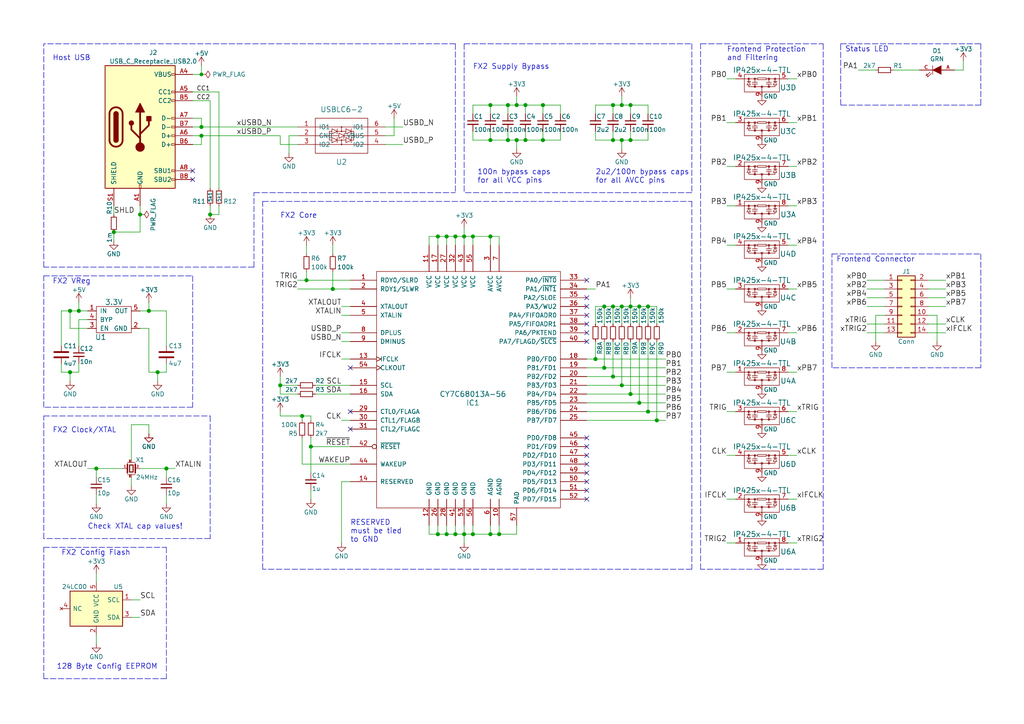
<source format=kicad_sch>
(kicad_sch (version 20211123) (generator eeschema)
  (paper "A4")
  (title_block (title "BitMagic-Basic") (rev "V1.1a") (company "1BitSquared") (comment 1 "License: CC-BY-SA V4.0") (comment 2 "(C) 2019-2020 1BitSquared <info@1bitsquared.com>") (comment 3 "(C) 2019-2020 Piotr Esden-Tempski <piotr@esden.net>"))
  (junction (at 152.4 40.64) (diameter 1.016))
  (junction (at 127 154.94) (diameter 1.016))
  (junction (at 157.48 30.48) (diameter 1.016))
  (junction (at 187.96 119.38) (diameter 1.016))
  (junction (at 172.72 104.14) (diameter 1.016))
  (junction (at 132.08 154.94) (diameter 1.016))
  (junction (at 142.24 154.94) (diameter 1.016))
  (junction (at 175.26 88.9) (diameter 1.016))
  (junction (at 45.72 107.95) (diameter 1.016))
  (junction (at 137.16 154.94) (diameter 1.016))
  (junction (at 180.34 40.64) (diameter 1.016))
  (junction (at 87.63 120.65) (diameter 1.016))
  (junction (at 60.96 62.23) (diameter 1.016))
  (junction (at 187.96 88.9) (diameter 1.016))
  (junction (at 142.24 40.64) (diameter 1.016))
  (junction (at 147.32 30.48) (diameter 1.016))
  (junction (at 58.42 21.59))
  (junction (at 157.48 40.64) (diameter 1.016))
  (junction (at 177.8 88.9) (diameter 1.016))
  (junction (at 149.86 40.64) (diameter 1.016))
  (junction (at 177.8 40.64) (diameter 1.016))
  (junction (at 48.26 135.89) (diameter 1.016))
  (junction (at 142.24 30.48) (diameter 1.016))
  (junction (at 129.54 68.58) (diameter 1.016))
  (junction (at 127 68.58) (diameter 1.016))
  (junction (at 142.24 68.58) (diameter 1.016))
  (junction (at 177.8 30.48) (diameter 1.016))
  (junction (at 182.88 114.3) (diameter 1.016))
  (junction (at 190.5 121.92) (diameter 1.016))
  (junction (at 180.34 30.48) (diameter 1.016))
  (junction (at 180.34 88.9) (diameter 1.016))
  (junction (at 149.86 30.48) (diameter 1.016))
  (junction (at 22.86 90.17) (diameter 1.016))
  (junction (at 43.18 90.17) (diameter 1.016))
  (junction (at 134.62 68.58) (diameter 1.016))
  (junction (at 180.34 111.76) (diameter 1.016))
  (junction (at 33.02 67.31) (diameter 1.016))
  (junction (at 132.08 68.58) (diameter 1.016))
  (junction (at 88.9 81.28) (diameter 1.016))
  (junction (at 182.88 30.48) (diameter 1.016))
  (junction (at 144.78 154.94) (diameter 1.016))
  (junction (at 134.62 154.94) (diameter 1.016))
  (junction (at 182.88 88.9) (diameter 1.016))
  (junction (at 96.52 83.82) (diameter 1.016))
  (junction (at 90.17 129.54) (diameter 1.016))
  (junction (at 58.42 39.37) (diameter 1.016))
  (junction (at 182.88 40.64) (diameter 1.016))
  (junction (at 177.8 109.22) (diameter 1.016))
  (junction (at 129.54 154.94) (diameter 1.016))
  (junction (at 185.42 116.84) (diameter 1.016))
  (junction (at 40.64 62.23) (diameter 1.016))
  (junction (at 20.32 107.95) (diameter 1.016))
  (junction (at 152.4 30.48) (diameter 1.016))
  (junction (at 137.16 68.58) (diameter 1.016))
  (junction (at 20.32 90.17) (diameter 1.016))
  (junction (at 175.26 106.68) (diameter 1.016))
  (junction (at 81.28 111.76) (diameter 1.016))
  (junction (at 27.94 135.89) (diameter 1.016))
  (junction (at 58.42 36.83) (diameter 1.016))
  (junction (at 185.42 88.9) (diameter 1.016))
  (junction (at 147.32 40.64) (diameter 1.016))
  (no_connect (at 170.18 88.9))
  (no_connect (at 101.6 106.68))
  (no_connect (at 170.18 129.54))
  (no_connect (at 101.6 119.38))
  (no_connect (at 170.18 96.52))
  (no_connect (at 170.18 144.78))
  (no_connect (at 170.18 81.28))
  (no_connect (at 170.18 99.06))
  (no_connect (at 55.88 52.07))
  (no_connect (at 170.18 134.62))
  (no_connect (at 170.18 127))
  (no_connect (at 55.88 49.53))
  (no_connect (at 170.18 93.98))
  (no_connect (at 170.18 137.16))
  (no_connect (at 101.6 124.46))
  (no_connect (at 170.18 142.24))
  (no_connect (at 170.18 86.36))
  (no_connect (at 170.18 132.08))
  (no_connect (at 170.18 139.7))
  (no_connect (at 170.18 91.44))
  (wire (pts (xy 170.18 106.68) (xy 175.26 106.68)))
  (wire (pts (xy 269.24 91.44) (xy 271.78 91.44)))
  (wire (pts (xy 142.24 154.94) (xy 144.78 154.94)))
  (polyline (pts (xy 241.3 106.68) (xy 241.3 73.66)) (stroke (width 0) (type dash)))
  (wire (pts (xy 170.18 116.84) (xy 185.42 116.84)))
  (wire (pts (xy 142.24 38.1) (xy 142.24 40.64)))
  (wire (pts (xy 137.16 33.02) (xy 137.16 30.48)))
  (wire (pts (xy 149.86 30.48) (xy 149.86 27.94)))
  (wire (pts (xy 142.24 68.58) (xy 144.78 68.58)))
  (polyline (pts (xy 284.48 106.68) (xy 241.3 106.68)) (stroke (width 0) (type dash)))
  (polyline (pts (xy 76.2 58.42) (xy 200.66 58.42)) (stroke (width 0) (type dash)))
  (wire (pts (xy 81.28 41.91) (xy 86.36 41.91)))
  (wire (pts (xy 55.88 41.91) (xy 58.42 41.91)))
  (wire (pts (xy 134.62 152.4) (xy 134.62 154.94)))
  (wire (pts (xy 86.36 39.37) (xy 83.82 39.37)))
  (wire (pts (xy 111.76 39.37) (xy 114.3 39.37)))
  (wire (pts (xy 20.32 90.17) (xy 22.86 90.17)))
  (polyline (pts (xy 284.48 12.7) (xy 284.48 30.48)) (stroke (width 0) (type dash)))
  (wire (pts (xy 38.1 138.43) (xy 38.1 140.97)))
  (wire (pts (xy 83.82 39.37) (xy 83.82 44.45)))
  (wire (pts (xy 180.34 111.76) (xy 180.34 99.06)))
  (wire (pts (xy 88.9 73.66) (xy 88.9 71.12)))
  (wire (pts (xy 60.96 59.69) (xy 60.96 62.23)))
  (wire (pts (xy 127 71.12) (xy 127 68.58)))
  (polyline (pts (xy 243.84 12.7) (xy 284.48 12.7)) (stroke (width 0) (type dash)))
  (wire (pts (xy 137.16 152.4) (xy 137.16 154.94)))
  (wire (pts (xy 90.17 127) (xy 90.17 129.54)))
  (wire (pts (xy 213.36 107.95) (xy 210.82 107.95)))
  (wire (pts (xy 177.8 109.22) (xy 177.8 99.06)))
  (wire (pts (xy 129.54 152.4) (xy 129.54 154.94)))
  (wire (pts (xy 177.8 88.9) (xy 180.34 88.9)))
  (wire (pts (xy 81.28 114.3) (xy 86.36 114.3)))
  (wire (pts (xy 137.16 154.94) (xy 142.24 154.94)))
  (wire (pts (xy 256.54 91.44) (xy 254 91.44)))
  (wire (pts (xy 63.5 59.69) (xy 63.5 62.23)))
  (wire (pts (xy 213.36 132.08) (xy 210.82 132.08)))
  (wire (pts (xy 180.34 30.48) (xy 182.88 30.48)))
  (wire (pts (xy 228.6 35.56) (xy 231.14 35.56)))
  (wire (pts (xy 172.72 93.98) (xy 172.72 88.9)))
  (wire (pts (xy 55.88 26.67) (xy 63.5 26.67)))
  (wire (pts (xy 213.36 48.26) (xy 210.82 48.26)))
  (wire (pts (xy 149.86 30.48) (xy 152.4 30.48)))
  (wire (pts (xy 132.08 154.94) (xy 134.62 154.94)))
  (polyline (pts (xy 12.7 120.65) (xy 60.96 120.65)) (stroke (width 0) (type dash)))
  (wire (pts (xy 132.08 71.12) (xy 132.08 68.58)))
  (wire (pts (xy 190.5 121.92) (xy 190.5 99.06)))
  (wire (pts (xy 182.88 88.9) (xy 182.88 93.98)))
  (wire (pts (xy 149.86 154.94) (xy 149.86 152.4)))
  (wire (pts (xy 152.4 33.02) (xy 152.4 30.48)))
  (polyline (pts (xy 238.76 165.1) (xy 203.2 165.1)) (stroke (width 0) (type dash)))
  (wire (pts (xy 228.6 119.38) (xy 231.14 119.38)))
  (wire (pts (xy 144.78 154.94) (xy 144.78 152.4)))
  (wire (pts (xy 182.88 114.3) (xy 193.04 114.3)))
  (wire (pts (xy 132.08 152.4) (xy 132.08 154.94)))
  (wire (pts (xy 134.62 68.58) (xy 137.16 68.58)))
  (wire (pts (xy 88.9 81.28) (xy 101.6 81.28)))
  (wire (pts (xy 101.6 96.52) (xy 99.06 96.52)))
  (polyline (pts (xy 12.7 77.47) (xy 12.7 12.7)) (stroke (width 0) (type dash)))
  (wire (pts (xy 45.72 107.95) (xy 45.72 110.49)))
  (polyline (pts (xy 60.96 120.65) (xy 60.96 156.21)) (stroke (width 0) (type dash)))
  (wire (pts (xy 187.96 88.9) (xy 190.5 88.9)))
  (wire (pts (xy 96.52 71.12) (xy 96.52 73.66)))
  (wire (pts (xy 33.02 67.31) (xy 33.02 69.85)))
  (wire (pts (xy 180.34 111.76) (xy 193.04 111.76)))
  (wire (pts (xy 96.52 83.82) (xy 86.36 83.82)))
  (wire (pts (xy 175.26 106.68) (xy 175.26 99.06)))
  (wire (pts (xy 172.72 38.1) (xy 172.72 40.64)))
  (wire (pts (xy 190.5 121.92) (xy 193.04 121.92)))
  (wire (pts (xy 81.28 109.22) (xy 81.28 111.76)))
  (wire (pts (xy 279.4 20.32) (xy 279.4 17.78)))
  (polyline (pts (xy 48.26 158.75) (xy 48.26 196.85)) (stroke (width 0) (type dash)))
  (wire (pts (xy 129.54 68.58) (xy 132.08 68.58)))
  (polyline (pts (xy 132.08 12.7) (xy 12.7 12.7)) (stroke (width 0) (type dash)))
  (wire (pts (xy 134.62 154.94) (xy 137.16 154.94)))
  (wire (pts (xy 170.18 104.14) (xy 172.72 104.14)))
  (wire (pts (xy 81.28 119.38) (xy 81.28 120.65)))
  (wire (pts (xy 213.36 119.38) (xy 210.82 119.38)))
  (wire (pts (xy 256.54 81.28) (xy 251.46 81.28)))
  (wire (pts (xy 147.32 40.64) (xy 149.86 40.64)))
  (wire (pts (xy 40.64 95.25) (xy 43.18 95.25)))
  (wire (pts (xy 213.36 96.52) (xy 210.82 96.52)))
  (wire (pts (xy 25.4 92.71) (xy 22.86 92.71)))
  (wire (pts (xy 129.54 154.94) (xy 132.08 154.94)))
  (wire (pts (xy 33.02 59.69) (xy 33.02 62.23)))
  (wire (pts (xy 170.18 111.76) (xy 180.34 111.76)))
  (wire (pts (xy 43.18 90.17) (xy 48.26 90.17)))
  (wire (pts (xy 81.28 120.65) (xy 87.63 120.65)))
  (wire (pts (xy 177.8 93.98) (xy 177.8 88.9)))
  (wire (pts (xy 137.16 40.64) (xy 142.24 40.64)))
  (wire (pts (xy 27.94 168.91) (xy 27.94 166.37)))
  (wire (pts (xy 180.34 30.48) (xy 180.34 27.94)))
  (polyline (pts (xy 134.62 12.7) (xy 200.66 12.7)) (stroke (width 0) (type dash)))
  (wire (pts (xy 87.63 120.65) (xy 87.63 121.92)))
  (wire (pts (xy 256.54 93.98) (xy 251.46 93.98)))
  (wire (pts (xy 48.26 135.89) (xy 48.26 138.43)))
  (wire (pts (xy 96.52 83.82) (xy 96.52 78.74)))
  (wire (pts (xy 43.18 123.19) (xy 43.18 125.73)))
  (wire (pts (xy 228.6 144.78) (xy 231.14 144.78)))
  (wire (pts (xy 38.1 173.99) (xy 40.64 173.99)))
  (wire (pts (xy 256.54 96.52) (xy 251.46 96.52)))
  (wire (pts (xy 27.94 135.89) (xy 27.94 138.43)))
  (wire (pts (xy 132.08 68.58) (xy 134.62 68.58)))
  (wire (pts (xy 101.6 129.54) (xy 90.17 129.54)))
  (wire (pts (xy 90.17 129.54) (xy 90.17 137.16)))
  (wire (pts (xy 152.4 38.1) (xy 152.4 40.64)))
  (wire (pts (xy 99.06 139.7) (xy 99.06 157.48)))
  (wire (pts (xy 90.17 142.24) (xy 90.17 144.78)))
  (wire (pts (xy 172.72 104.14) (xy 193.04 104.14)))
  (wire (pts (xy 22.86 90.17) (xy 25.4 90.17)))
  (wire (pts (xy 228.6 48.26) (xy 231.14 48.26)))
  (polyline (pts (xy 243.84 30.48) (xy 243.84 12.7)) (stroke (width 0) (type dash)))
  (wire (pts (xy 185.42 116.84) (xy 193.04 116.84)))
  (wire (pts (xy 190.5 88.9) (xy 190.5 93.98)))
  (wire (pts (xy 48.26 143.51) (xy 48.26 146.05)))
  (wire (pts (xy 40.64 67.31) (xy 33.02 67.31)))
  (wire (pts (xy 87.63 120.65) (xy 90.17 120.65)))
  (wire (pts (xy 58.42 36.83) (xy 86.36 36.83)))
  (wire (pts (xy 27.94 184.15) (xy 27.94 186.69)))
  (wire (pts (xy 111.76 36.83) (xy 116.84 36.83)))
  (wire (pts (xy 22.86 107.95) (xy 22.86 105.41)))
  (wire (pts (xy 20.32 107.95) (xy 22.86 107.95)))
  (wire (pts (xy 17.78 107.95) (xy 20.32 107.95)))
  (wire (pts (xy 213.36 157.48) (xy 210.82 157.48)))
  (wire (pts (xy 101.6 104.14) (xy 99.06 104.14)))
  (wire (pts (xy 60.96 29.21) (xy 60.96 54.61)))
  (wire (pts (xy 43.18 95.25) (xy 43.18 107.95)))
  (wire (pts (xy 147.32 33.02) (xy 147.32 30.48)))
  (wire (pts (xy 114.3 39.37) (xy 114.3 34.29)))
  (polyline (pts (xy 200.66 58.42) (xy 200.66 165.1)) (stroke (width 0) (type dash)))
  (polyline (pts (xy 55.88 80.01) (xy 55.88 118.11)) (stroke (width 0) (type dash)))
  (wire (pts (xy 180.34 88.9) (xy 182.88 88.9)))
  (wire (pts (xy 149.86 40.64) (xy 152.4 40.64)))
  (wire (pts (xy 48.26 90.17) (xy 48.26 100.33)))
  (wire (pts (xy 152.4 30.48) (xy 157.48 30.48)))
  (wire (pts (xy 182.88 86.36) (xy 182.88 88.9)))
  (wire (pts (xy 17.78 105.41) (xy 17.78 107.95)))
  (wire (pts (xy 81.28 39.37) (xy 81.28 41.91)))
  (wire (pts (xy 38.1 123.19) (xy 43.18 123.19)))
  (wire (pts (xy 142.24 152.4) (xy 142.24 154.94)))
  (wire (pts (xy 187.96 40.64) (xy 187.96 38.1)))
  (wire (pts (xy 259.08 20.32) (xy 266.7 20.32)))
  (wire (pts (xy 20.32 107.95) (xy 20.32 110.49)))
  (wire (pts (xy 170.18 109.22) (xy 177.8 109.22)))
  (wire (pts (xy 182.88 38.1) (xy 182.88 40.64)))
  (wire (pts (xy 101.6 139.7) (xy 99.06 139.7)))
  (wire (pts (xy 228.6 96.52) (xy 231.14 96.52)))
  (wire (pts (xy 187.96 30.48) (xy 187.96 33.02)))
  (wire (pts (xy 157.48 38.1) (xy 157.48 40.64)))
  (wire (pts (xy 177.8 30.48) (xy 180.34 30.48)))
  (wire (pts (xy 60.96 62.23) (xy 63.5 62.23)))
  (wire (pts (xy 124.46 68.58) (xy 127 68.58)))
  (wire (pts (xy 86.36 111.76) (xy 81.28 111.76)))
  (wire (pts (xy 142.24 40.64) (xy 147.32 40.64)))
  (wire (pts (xy 129.54 71.12) (xy 129.54 68.58)))
  (wire (pts (xy 269.24 83.82) (xy 274.32 83.82)))
  (wire (pts (xy 228.6 22.86) (xy 231.14 22.86)))
  (polyline (pts (xy 48.26 196.85) (xy 12.7 196.85)) (stroke (width 0) (type dash)))
  (wire (pts (xy 144.78 68.58) (xy 144.78 71.12)))
  (wire (pts (xy 137.16 30.48) (xy 142.24 30.48)))
  (wire (pts (xy 142.24 71.12) (xy 142.24 68.58)))
  (wire (pts (xy 55.88 36.83) (xy 58.42 36.83)))
  (polyline (pts (xy 238.76 12.7) (xy 238.76 165.1)) (stroke (width 0) (type dash)))
  (wire (pts (xy 27.94 143.51) (xy 27.94 146.05)))
  (wire (pts (xy 22.86 90.17) (xy 22.86 87.63)))
  (wire (pts (xy 228.6 59.69) (xy 231.14 59.69)))
  (wire (pts (xy 101.6 114.3) (xy 91.44 114.3)))
  (polyline (pts (xy 60.96 156.21) (xy 12.7 156.21)) (stroke (width 0) (type dash)))
  (wire (pts (xy 256.54 83.82) (xy 251.46 83.82)))
  (polyline (pts (xy 55.88 118.11) (xy 12.7 118.11)) (stroke (width 0) (type dash)))
  (wire (pts (xy 256.54 86.36) (xy 251.46 86.36)))
  (wire (pts (xy 55.88 21.59) (xy 58.42 21.59)))
  (wire (pts (xy 101.6 83.82) (xy 96.52 83.82)))
  (wire (pts (xy 152.4 40.64) (xy 157.48 40.64)))
  (wire (pts (xy 63.5 26.67) (xy 63.5 54.61)))
  (polyline (pts (xy 203.2 12.7) (xy 238.76 12.7)) (stroke (width 0) (type dash)))
  (wire (pts (xy 185.42 88.9) (xy 187.96 88.9)))
  (wire (pts (xy 137.16 38.1) (xy 137.16 40.64)))
  (wire (pts (xy 228.6 71.12) (xy 231.14 71.12)))
  (wire (pts (xy 25.4 135.89) (xy 27.94 135.89)))
  (wire (pts (xy 170.18 121.92) (xy 190.5 121.92)))
  (wire (pts (xy 172.72 104.14) (xy 172.72 99.06)))
  (wire (pts (xy 177.8 40.64) (xy 180.34 40.64)))
  (wire (pts (xy 55.88 29.21) (xy 60.96 29.21)))
  (wire (pts (xy 269.24 86.36) (xy 274.32 86.36)))
  (wire (pts (xy 172.72 33.02) (xy 172.72 30.48)))
  (wire (pts (xy 213.36 22.86) (xy 210.82 22.86)))
  (wire (pts (xy 254 91.44) (xy 254 99.06)))
  (wire (pts (xy 55.88 34.29) (xy 58.42 34.29)))
  (wire (pts (xy 185.42 116.84) (xy 185.42 99.06)))
  (wire (pts (xy 17.78 90.17) (xy 20.32 90.17)))
  (wire (pts (xy 134.62 154.94) (xy 134.62 157.48)))
  (polyline (pts (xy 200.66 165.1) (xy 76.2 165.1)) (stroke (width 0) (type dash)))
  (wire (pts (xy 27.94 135.89) (xy 35.56 135.89)))
  (wire (pts (xy 228.6 132.08) (xy 231.14 132.08)))
  (wire (pts (xy 58.42 21.59) (xy 58.42 19.05)))
  (polyline (pts (xy 132.08 12.7) (xy 132.08 55.88)) (stroke (width 0) (type dash)))
  (wire (pts (xy 175.26 93.98) (xy 175.26 88.9)))
  (wire (pts (xy 177.8 38.1) (xy 177.8 40.64)))
  (wire (pts (xy 144.78 154.94) (xy 149.86 154.94)))
  (polyline (pts (xy 12.7 118.11) (xy 12.7 80.01)) (stroke (width 0) (type dash)))
  (wire (pts (xy 175.26 88.9) (xy 177.8 88.9)))
  (wire (pts (xy 149.86 40.64) (xy 149.86 43.18)))
  (wire (pts (xy 127 152.4) (xy 127 154.94)))
  (polyline (pts (xy 200.66 12.7) (xy 200.66 55.88)) (stroke (width 0) (type dash)))
  (polyline (pts (xy 76.2 165.1) (xy 76.2 58.42)) (stroke (width 0) (type dash)))
  (wire (pts (xy 17.78 90.17) (xy 17.78 100.33)))
  (wire (pts (xy 177.8 109.22) (xy 193.04 109.22)))
  (wire (pts (xy 271.78 91.44) (xy 271.78 99.06)))
  (polyline (pts (xy 284.48 73.66) (xy 284.48 106.68)) (stroke (width 0) (type dash)))
  (wire (pts (xy 137.16 68.58) (xy 142.24 68.58)))
  (wire (pts (xy 134.62 68.58) (xy 134.62 71.12)))
  (polyline (pts (xy 12.7 158.75) (xy 48.26 158.75)) (stroke (width 0) (type dash)))
  (polyline (pts (xy 73.66 55.88) (xy 132.08 55.88)) (stroke (width 0) (type dash)))
  (wire (pts (xy 172.72 40.64) (xy 177.8 40.64)))
  (wire (pts (xy 187.96 119.38) (xy 193.04 119.38)))
  (wire (pts (xy 38.1 179.07) (xy 40.64 179.07)))
  (wire (pts (xy 40.64 135.89) (xy 48.26 135.89)))
  (wire (pts (xy 157.48 33.02) (xy 157.48 30.48)))
  (wire (pts (xy 228.6 157.48) (xy 231.14 157.48)))
  (wire (pts (xy 87.63 127) (xy 87.63 134.62)))
  (wire (pts (xy 88.9 78.74) (xy 88.9 81.28)))
  (wire (pts (xy 101.6 88.9) (xy 99.06 88.9)))
  (wire (pts (xy 213.36 144.78) (xy 210.82 144.78)))
  (polyline (pts (xy 284.48 30.48) (xy 243.84 30.48)) (stroke (width 0) (type dash)))
  (wire (pts (xy 180.34 40.64) (xy 180.34 43.18)))
  (polyline (pts (xy 12.7 156.21) (xy 12.7 120.65)) (stroke (width 0) (type dash)))
  (wire (pts (xy 58.42 36.83) (xy 58.42 34.29)))
  (wire (pts (xy 182.88 30.48) (xy 187.96 30.48)))
  (wire (pts (xy 124.46 71.12) (xy 124.46 68.58)))
  (wire (pts (xy 101.6 91.44) (xy 99.06 91.44)))
  (wire (pts (xy 157.48 30.48) (xy 162.56 30.48)))
  (wire (pts (xy 48.26 135.89) (xy 50.8 135.89)))
  (wire (pts (xy 134.62 66.04) (xy 134.62 68.58)))
  (wire (pts (xy 127 154.94) (xy 129.54 154.94)))
  (polyline (pts (xy 241.3 73.66) (xy 284.48 73.66)) (stroke (width 0) (type dash)))
  (wire (pts (xy 48.26 107.95) (xy 48.26 105.41)))
  (wire (pts (xy 180.34 93.98) (xy 180.34 88.9)))
  (wire (pts (xy 20.32 95.25) (xy 20.32 90.17)))
  (wire (pts (xy 170.18 119.38) (xy 187.96 119.38)))
  (wire (pts (xy 213.36 59.69) (xy 210.82 59.69)))
  (wire (pts (xy 269.24 81.28) (xy 274.32 81.28)))
  (wire (pts (xy 182.88 114.3) (xy 182.88 99.06)))
  (wire (pts (xy 256.54 88.9) (xy 251.46 88.9)))
  (wire (pts (xy 177.8 33.02) (xy 177.8 30.48)))
  (wire (pts (xy 22.86 92.71) (xy 22.86 100.33)))
  (polyline (pts (xy 203.2 165.1) (xy 203.2 12.7)) (stroke (width 0) (type dash)))
  (wire (pts (xy 180.34 40.64) (xy 182.88 40.64)))
  (wire (pts (xy 187.96 93.98) (xy 187.96 88.9)))
  (wire (pts (xy 55.88 39.37) (xy 58.42 39.37)))
  (polyline (pts (xy 134.62 12.7) (xy 134.62 55.88)) (stroke (width 0) (type dash)))
  (wire (pts (xy 58.42 39.37) (xy 58.42 41.91)))
  (wire (pts (xy 43.18 107.95) (xy 45.72 107.95)))
  (wire (pts (xy 213.36 71.12) (xy 210.82 71.12)))
  (wire (pts (xy 58.42 39.37) (xy 81.28 39.37)))
  (wire (pts (xy 269.24 88.9) (xy 274.32 88.9)))
  (wire (pts (xy 276.86 20.32) (xy 279.4 20.32)))
  (wire (pts (xy 124.46 152.4) (xy 124.46 154.94)))
  (wire (pts (xy 40.64 59.69) (xy 40.64 62.23)))
  (wire (pts (xy 142.24 33.02) (xy 142.24 30.48)))
  (wire (pts (xy 228.6 107.95) (xy 231.14 107.95)))
  (wire (pts (xy 40.64 62.23) (xy 40.64 67.31)))
  (wire (pts (xy 124.46 154.94) (xy 127 154.94)))
  (wire (pts (xy 43.18 90.17) (xy 43.18 87.63)))
  (polyline (pts (xy 12.7 196.85) (xy 12.7 158.75)) (stroke (width 0) (type dash)))
  (wire (pts (xy 170.18 114.3) (xy 182.88 114.3)))
  (polyline (pts (xy 73.66 77.47) (xy 12.7 77.47)) (stroke (width 0) (type dash)))
  (polyline (pts (xy 12.7 80.01) (xy 55.88 80.01)) (stroke (width 0) (type dash)))
  (wire (pts (xy 111.76 41.91) (xy 116.84 41.91)))
  (wire (pts (xy 182.88 40.64) (xy 187.96 40.64)))
  (wire (pts (xy 90.17 120.65) (xy 90.17 121.92)))
  (wire (pts (xy 213.36 83.82) (xy 210.82 83.82)))
  (wire (pts (xy 137.16 71.12) (xy 137.16 68.58)))
  (wire (pts (xy 45.72 107.95) (xy 48.26 107.95)))
  (wire (pts (xy 162.56 30.48) (xy 162.56 33.02)))
  (polyline (pts (xy 200.66 55.88) (xy 134.62 55.88)) (stroke (width 0) (type dash)))
  (wire (pts (xy 157.48 40.64) (xy 162.56 40.64)))
  (wire (pts (xy 170.18 83.82) (xy 172.72 83.82)))
  (wire (pts (xy 182.88 88.9) (xy 185.42 88.9)))
  (wire (pts (xy 101.6 111.76) (xy 91.44 111.76)))
  (wire (pts (xy 25.4 95.25) (xy 20.32 95.25)))
  (wire (pts (xy 81.28 111.76) (xy 81.28 114.3)))
  (wire (pts (xy 162.56 40.64) (xy 162.56 38.1)))
  (wire (pts (xy 185.42 93.98) (xy 185.42 88.9)))
  (wire (pts (xy 269.24 93.98) (xy 274.32 93.98)))
  (wire (pts (xy 147.32 30.48) (xy 149.86 30.48)))
  (wire (pts (xy 187.96 119.38) (xy 187.96 99.06)))
  (wire (pts (xy 127 68.58) (xy 129.54 68.58)))
  (wire (pts (xy 172.72 88.9) (xy 175.26 88.9)))
  (wire (pts (xy 142.24 30.48) (xy 147.32 30.48)))
  (wire (pts (xy 172.72 30.48) (xy 177.8 30.48)))
  (wire (pts (xy 228.6 83.82) (xy 231.14 83.82)))
  (polyline (pts (xy 73.66 77.47) (xy 73.66 55.88)) (stroke (width 0) (type dash)))
  (wire (pts (xy 38.1 133.35) (xy 38.1 123.19)))
  (wire (pts (xy 86.36 81.28) (xy 88.9 81.28)))
  (wire (pts (xy 101.6 121.92) (xy 99.06 121.92)))
  (wire (pts (xy 248.92 20.32) (xy 254 20.32)))
  (wire (pts (xy 40.64 90.17) (xy 43.18 90.17)))
  (wire (pts (xy 269.24 96.52) (xy 274.32 96.52)))
  (wire (pts (xy 175.26 106.68) (xy 193.04 106.68)))
  (wire (pts (xy 101.6 99.06) (xy 99.06 99.06)))
  (wire (pts (xy 213.36 35.56) (xy 210.82 35.56)))
  (wire (pts (xy 87.63 134.62) (xy 101.6 134.62)))
  (wire (pts (xy 182.88 33.02) (xy 182.88 30.48)))
  (wire (pts (xy 147.32 38.1) (xy 147.32 40.64)))
  (text "FX2 VReg" (at 15.24 82.55 0) (effects (font (size 1.524 1.524)) (justify left bottom)))
  (text "2u2/100n bypass caps\nfor all AVCC pins" (at 172.72 53.34 0) (effects (font (size 1.524 1.524)) (justify left bottom)))
  (text "FX2 Core" (at 81.28 63.5 0) (effects (font (size 1.524 1.524)) (justify left bottom)))
  (text "Check XTAL cap values!" (at 25.4 153.67 0) (effects (font (size 1.524 1.524)) (justify left bottom)))
  (text "FX2 Config Flash" (at 17.78 161.29 0) (effects (font (size 1.524 1.524)) (justify left bottom)))
  (text "128 Byte Config EEPROM" (at 45.72 194.31 180) (effects (font (size 1.524 1.524)) (justify right bottom)))
  (text "FX2 Supply Bypass" (at 137.16 20.32 0) (effects (font (size 1.524 1.524)) (justify left bottom)))
  (text "Frontend Protection\nand Filtering" (at 210.82 17.78 0) (effects (font (size 1.524 1.524)) (justify left bottom)))
  (text "Status LED" (at 245.11 15.24 0) (effects (font (size 1.524 1.524)) (justify left bottom)))
  (text "Host USB" (at 15.24 17.78 0) (effects (font (size 1.524 1.524)) (justify left bottom)))
  (text "FX2 Clock/XTAL" (at 15.24 125.73 0) (effects (font (size 1.524 1.524)) (justify left bottom)))
  (text "RESERVED\nmust be tied\nto GND" (at 101.6 157.48 0) (effects (font (size 1.524 1.524)) (justify left bottom)))
  (text "Frontend Connector" (at 242.57 76.2 0) (effects (font (size 1.524 1.524)) (justify left bottom)))
  (text "100n bypass caps\nfor all VCC pins" (at 138.43 53.34 0) (effects (font (size 1.524 1.524)) (justify left bottom)))
  (label "USBD_N" (at 116.84 36.83 0) (effects (font (size 1.524 1.524))))
  (label "xIFCLK" (at 274.32 96.52 0) (effects (font (size 1.524 1.524))))
  (label "PB0" (at 210.82 22.86 180) (effects (font (size 1.524 1.524))))
  (label "SCL" (at 99.06 111.76 180) (effects (font (size 1.524 1.524))))
  (label "xPB3" (at 231.14 59.69 0) (effects (font (size 1.524 1.524))))
  (label "PB4" (at 193.04 114.3 0) (effects (font (size 1.524 1.524))))
  (label "PB6" (at 210.82 96.52 180) (effects (font (size 1.524 1.524))))
  (label "xTRIG2" (at 251.46 96.52 180) (effects (font (size 1.524 1.524))))
  (label "xTRIG2" (at 231.14 157.48 0) (effects (font (size 1.524 1.524))))
  (label "xPB7" (at 274.32 88.9 0) (effects (font (size 1.524 1.524))))
  (label "PB2" (at 193.04 109.22 0) (effects (font (size 1.524 1.524))))
  (label "~{RESET}" (at 101.6 129.54 180) (effects (font (size 1.524 1.524))))
  (label "PA1" (at 248.92 20.32 180) (effects (font (size 1.524 1.524))))
  (label "PA1" (at 172.72 83.82 0) (effects (font (size 1.524 1.524))))
  (label "PB1" (at 210.82 35.56 180) (effects (font (size 1.524 1.524))))
  (label "xPB1" (at 231.14 35.56 0) (effects (font (size 1.524 1.524))))
  (label "CC2" (at 60.96 29.21 180))
  (label "xPB3" (at 274.32 83.82 0) (effects (font (size 1.524 1.524))))
  (label "xPB0" (at 231.14 22.86 0) (effects (font (size 1.524 1.524))))
  (label "PB5" (at 193.04 116.84 0) (effects (font (size 1.524 1.524))))
  (label "CLK" (at 99.06 121.92 180) (effects (font (size 1.524 1.524))))
  (label "PB7" (at 210.82 107.95 180) (effects (font (size 1.524 1.524))))
  (label "xPB5" (at 231.14 83.82 0) (effects (font (size 1.524 1.524))))
  (label "PB2" (at 210.82 48.26 180) (effects (font (size 1.524 1.524))))
  (label "xPB1" (at 274.32 81.28 0) (effects (font (size 1.524 1.524))))
  (label "xCLK" (at 274.32 93.98 0) (effects (font (size 1.524 1.524))))
  (label "XTALOUT" (at 99.06 88.9 180) (effects (font (size 1.524 1.524))))
  (label "USBD_P" (at 99.06 96.52 180) (effects (font (size 1.524 1.524))))
  (label "USBD_N" (at 99.06 99.06 180) (effects (font (size 1.524 1.524))))
  (label "CLK" (at 210.82 132.08 180) (effects (font (size 1.524 1.524))))
  (label "WAKEUP" (at 101.6 134.62 180) (effects (font (size 1.524 1.524))))
  (label "xPB6" (at 251.46 88.9 180) (effects (font (size 1.524 1.524))))
  (label "PB4" (at 210.82 71.12 180) (effects (font (size 1.524 1.524))))
  (label "TRIG" (at 210.82 119.38 180) (effects (font (size 1.524 1.524))))
  (label "PB3" (at 193.04 111.76 0) (effects (font (size 1.524 1.524))))
  (label "xIFCLK" (at 231.14 144.78 0) (effects (font (size 1.524 1.524))))
  (label "xPB4" (at 231.14 71.12 0) (effects (font (size 1.524 1.524))))
  (label "xPB5" (at 274.32 86.36 0) (effects (font (size 1.524 1.524))))
  (label "USBD_P" (at 116.84 41.91 0) (effects (font (size 1.524 1.524))))
  (label "PB6" (at 193.04 119.38 0) (effects (font (size 1.524 1.524))))
  (label "SHLD" (at 33.02 62.23 0) (effects (font (size 1.524 1.524))))
  (label "SCL" (at 40.64 173.99 0) (effects (font (size 1.524 1.524))))
  (label "XTALOUT" (at 25.4 135.89 180) (effects (font (size 1.524 1.524))))
  (label "XTALIN" (at 99.06 91.44 180) (effects (font (size 1.524 1.524))))
  (label "SDA" (at 99.06 114.3 180) (effects (font (size 1.524 1.524))))
  (label "xUSBD_P" (at 68.58 39.37 0) (effects (font (size 1.524 1.524))))
  (label "xPB0" (at 251.46 81.28 180) (effects (font (size 1.524 1.524))))
  (label "PB3" (at 210.82 59.69 180) (effects (font (size 1.524 1.524))))
  (label "xPB6" (at 231.14 96.52 0) (effects (font (size 1.524 1.524))))
  (label "xTRIG" (at 231.14 119.38 0) (effects (font (size 1.524 1.524))))
  (label "xPB7" (at 231.14 107.95 0) (effects (font (size 1.524 1.524))))
  (label "xTRIG" (at 251.46 93.98 180) (effects (font (size 1.524 1.524))))
  (label "xPB2" (at 231.14 48.26 0) (effects (font (size 1.524 1.524))))
  (label "xCLK" (at 231.14 132.08 0) (effects (font (size 1.524 1.524))))
  (label "IFCLK" (at 210.82 144.78 180) (effects (font (size 1.524 1.524))))
  (label "PB7" (at 193.04 121.92 0) (effects (font (size 1.524 1.524))))
  (label "xUSBD_N" (at 68.58 36.83 0) (effects (font (size 1.524 1.524))))
  (label "TRIG2" (at 86.36 83.82 180) (effects (font (size 1.524 1.524))))
  (label "IFCLK" (at 99.06 104.14 180) (effects (font (size 1.524 1.524))))
  (label "PB1" (at 193.04 106.68 0) (effects (font (size 1.524 1.524))))
  (label "TRIG" (at 86.36 81.28 180) (effects (font (size 1.524 1.524))))
  (label "TRIG2" (at 210.82 157.48 180) (effects (font (size 1.524 1.524))))
  (label "xPB4" (at 251.46 86.36 180) (effects (font (size 1.524 1.524))))
  (label "CC1" (at 60.96 26.67 180))
  (label "SDA" (at 40.64 179.07 0) (effects (font (size 1.524 1.524))))
  (label "XTALIN" (at 50.8 135.89 0) (effects (font (size 1.524 1.524))))
  (label "xPB2" (at 251.46 83.82 180) (effects (font (size 1.524 1.524))))
  (label "PB0" (at 193.04 104.14 0) (effects (font (size 1.524 1.524))))
  (label "PB5" (at 210.82 83.82 180) (effects (font (size 1.524 1.524))))
  (symbol (lib_id "pkl_cypress:CY7C68013A-56") (at 137.16 114.3 0) (unit 1)
    (property "Reference" "IC1" (at 137.16 116.84 0) (effects (font (size 1.524 1.524))))
    (property "Value" "CY7C68013A-56" (at 137.16 114.3 0) (effects (font (size 1.524 1.524))))
    (property "Footprint" "pkl_housings_dfn_qfn:QFN-56-1EP_8x8mm_Pitch0.5mm" (effects hide))
    (property "Key" "ic-cy7c68013a-56" (effects hide))
    (property "Source" "ANY" (effects hide))
    (property "Manufacturer" "Cypress" (effects hide))
  )
  (symbol (lib_id "pkl_device:pkl_C_Small") (at 90.17 139.7 0) (unit 1)
    (property "Reference" "C14" (at 90.424 137.922 0) (effects (justify left)))
    (property "Value" "1u" (at 90.424 141.732 0) (effects (justify left)))
    (property "Footprint" "pkl_dipol:C_0402" (effects hide))
    (property "Key" "cap-cer-0402-1u" (effects hide))
    (property "Source" "ANY" (effects hide))
  )
  (symbol (lib_id "pkl_device:pkl_R_Small") (at 88.9 111.76 270) (unit 1)
    (property "Reference" "R2" (at 91.44 110.49 90) (effects (justify left)))
    (property "Value" "2k7" (at 86.36 110.49 90) (effects (justify right)))
    (property "Footprint" "pkl_dipol:R_0402" (effects hide))
    (property "Key" "res-0402-2k7" (effects hide))
    (property "Source" "ANY" (effects hide))
  )
  (symbol (lib_id "power:+3V3") (at 134.62 66.04 0) (unit 1)
    (property "Reference" "#PWR01" (effects hide))
    (property "Value" "+3V3" (at 134.62 62.484 0))
  )
  (symbol (lib_id "pkl_device:pkl_R_Small") (at 88.9 114.3 270) (unit 1)
    (property "Reference" "R3" (at 91.44 113.03 90) (effects (justify left)))
    (property "Value" "2k7" (at 86.36 113.03 90) (effects (justify right)))
    (property "Footprint" "pkl_dipol:R_0402" (effects hide))
    (property "Key" "res-0402-2k7" (effects hide))
    (property "Source" "ANY" (effects hide))
  )
  (symbol (lib_id "power:+3V3") (at 81.28 109.22 0) (unit 1)
    (property "Reference" "#PWR02" (effects hide))
    (property "Value" "+3V3" (at 81.28 105.664 0))
  )
  (symbol (lib_id "pkl_device:pkl_R_Small") (at 90.17 124.46 180) (unit 1)
    (property "Reference" "R4" (at 91.44 123.19 0) (effects (justify right)))
    (property "Value" "2k7" (at 91.44 125.73 0) (effects (justify right)))
    (property "Footprint" "pkl_dipol:R_0402" (effects hide))
    (property "Key" "res-0402-2k7" (effects hide))
    (property "Source" "ANY" (effects hide))
  )
  (symbol (lib_id "pkl_device:pkl_R_Small") (at 87.63 124.46 180) (unit 1)
    (property "Reference" "R5" (at 86.36 125.73 0) (effects (justify left)))
    (property "Value" "100k" (at 86.36 123.19 0) (effects (justify left)))
    (property "Footprint" "pkl_dipol:R_0402" (effects hide))
    (property "Key" "res-0402-100k" (effects hide))
    (property "Source" "ANY" (effects hide))
  )
  (symbol (lib_id "power:+3V3") (at 81.28 119.38 0) (unit 1)
    (property "Reference" "#PWR03" (effects hide))
    (property "Value" "+3V3" (at 81.28 115.824 0))
  )
  (symbol (lib_id "power:GND") (at 90.17 144.78 0) (unit 1)
    (property "Reference" "#PWR04" (effects hide))
    (property "Value" "GND" (at 90.17 148.59 0))
  )
  (symbol (lib_id "power:GND") (at 99.06 157.48 0) (unit 1)
    (property "Reference" "#PWR05" (effects hide))
    (property "Value" "GND" (at 99.06 161.29 0))
  )
  (symbol (lib_id "power:GND") (at 134.62 157.48 0) (unit 1)
    (property "Reference" "#PWR06" (effects hide))
    (property "Value" "GND" (at 134.62 161.29 0))
  )
  (symbol (lib_id "pkl_device:pkl_LED") (at 271.78 20.32 0) (mirror y) (unit 1)
    (property "Reference" "D1" (at 271.78 14.732 0))
    (property "Value" "GRN" (at 271.78 17.0942 0))
    (property "Footprint" "pkl_dipol:D_0603" (effects hide))
    (property "Key" "led-0603-grn" (effects hide))
    (property "Source" "ANY" (effects hide))
    (property "MFN" "ORH-G36A" (effects hide))
    (property "Manufacturer" "Orient" (effects hide))
  )
  (symbol (lib_id "pkl_device:pkl_R_Small") (at 256.54 20.32 270) (unit 1)
    (property "Reference" "R1" (at 259.08 19.05 90) (effects (justify left)))
    (property "Value" "2k7" (at 254 19.05 90) (effects (justify right)))
    (property "Footprint" "pkl_dipol:R_0402" (effects hide))
    (property "Key" "res-0402-2k7" (effects hide))
    (property "Source" "ANY" (effects hide))
  )
  (symbol (lib_id "power:+5V") (at 58.42 19.05 0) (unit 1)
    (property "Reference" "#PWR08" (effects hide))
    (property "Value" "+5V" (at 58.42 15.494 0))
  )
  (symbol (lib_id "power:GND") (at 33.02 69.85 0) (unit 1)
    (property "Reference" "#PWR09" (effects hide))
    (property "Value" "GND" (at 33.02 73.66 0))
  )
  (symbol (lib_id "pkl_device:pkl_VREG_5PIN_FIXED") (at 33.02 92.71 0) (unit 1)
    (property "Reference" "U1" (at 29.21 97.79 0) (effects (font (size 1.524 1.524))))
    (property "Value" "3.3V" (at 33.02 87.63 0) (effects (font (size 1.524 1.524))))
    (property "Footprint" "pkl_housings_sot:SOT-23-5" (effects hide))
    (property "Key" "vreg-sot23-5-3v3" (effects hide))
    (property "Source" "ANY" (effects hide))
    (property "Manufacturer" "MaxLinear" (effects hide))
  )
  (symbol (lib_id "pkl_device:pkl_C") (at 17.78 102.87 0) (unit 1)
    (property "Reference" "C11" (at 18.415 100.33 0) (effects (justify left)))
    (property "Value" "4u7" (at 18.415 105.41 0) (effects (justify left)))
    (property "Footprint" "pkl_dipol:C_0603" (effects hide))
    (property "Key" "cap-cer-0603-4u7" (effects hide))
    (property "Source" "ANY" (effects hide))
  )
  (symbol (lib_id "pkl_device:pkl_C_Small") (at 22.86 102.87 0) (unit 1)
    (property "Reference" "C12" (at 23.114 101.092 0) (effects (justify left)))
    (property "Value" "10n" (at 23.114 104.902 0) (effects (justify left)))
    (property "Footprint" "pkl_dipol:C_0402" (effects hide))
    (property "Key" "cap-cer-0402-10n" (effects hide))
    (property "Source" "ANY" (effects hide))
  )
  (symbol (lib_id "power:GND") (at 20.32 110.49 0) (unit 1)
    (property "Reference" "#PWR010" (effects hide))
    (property "Value" "GND" (at 20.32 114.3 0))
  )
  (symbol (lib_id "pkl_device:pkl_C") (at 48.26 102.87 0) (unit 1)
    (property "Reference" "C13" (at 48.895 100.33 0) (effects (justify left)))
    (property "Value" "4u7" (at 48.895 105.41 0) (effects (justify left)))
    (property "Footprint" "pkl_dipol:C_0603" (effects hide))
    (property "Key" "cap-cer-0603-4u7" (effects hide))
    (property "Source" "ANY" (effects hide))
  )
  (symbol (lib_id "power:GND") (at 45.72 110.49 0) (unit 1)
    (property "Reference" "#PWR011" (effects hide))
    (property "Value" "GND" (at 45.72 114.3 0))
  )
  (symbol (lib_id "power:+5V") (at 22.86 87.63 0) (unit 1)
    (property "Reference" "#PWR012" (effects hide))
    (property "Value" "+5V" (at 22.86 84.074 0))
  )
  (symbol (lib_id "power:+3V3") (at 43.18 87.63 0) (unit 1)
    (property "Reference" "#PWR013" (effects hide))
    (property "Value" "+3V3" (at 43.18 84.074 0))
  )
  (symbol (lib_id "pkl_device:pkl_C_Small") (at 137.16 35.56 0) (unit 1)
    (property "Reference" "C1" (at 137.414 33.782 0) (effects (justify left)))
    (property "Value" "100n" (at 137.414 37.592 0) (effects (justify left)))
    (property "Footprint" "pkl_dipol:C_0402" (effects hide))
    (property "Key" "cap-cer-0402-100n" (effects hide))
    (property "Source" "ANY" (effects hide))
  )
  (symbol (lib_id "pkl_device:pkl_C_Small") (at 142.24 35.56 0) (unit 1)
    (property "Reference" "C2" (at 142.494 33.782 0) (effects (justify left)))
    (property "Value" "100n" (at 142.494 37.592 0) (effects (justify left)))
    (property "Footprint" "pkl_dipol:C_0402" (effects hide))
    (property "Key" "cap-cer-0402-100n" (effects hide))
    (property "Source" "ANY" (effects hide))
  )
  (symbol (lib_id "pkl_device:pkl_C_Small") (at 147.32 35.56 0) (unit 1)
    (property "Reference" "C3" (at 147.574 33.782 0) (effects (justify left)))
    (property "Value" "100n" (at 147.574 37.592 0) (effects (justify left)))
    (property "Footprint" "pkl_dipol:C_0402" (effects hide))
    (property "Key" "cap-cer-0402-100n" (effects hide))
    (property "Source" "ANY" (effects hide))
  )
  (symbol (lib_id "pkl_device:pkl_C_Small") (at 152.4 35.56 0) (unit 1)
    (property "Reference" "C4" (at 152.654 33.782 0) (effects (justify left)))
    (property "Value" "100n" (at 152.654 37.592 0) (effects (justify left)))
    (property "Footprint" "pkl_dipol:C_0402" (effects hide))
    (property "Key" "cap-cer-0402-100n" (effects hide))
    (property "Source" "ANY" (effects hide))
  )
  (symbol (lib_id "pkl_device:pkl_C_Small") (at 157.48 35.56 0) (unit 1)
    (property "Reference" "C5" (at 157.734 33.782 0) (effects (justify left)))
    (property "Value" "100n" (at 157.734 37.592 0) (effects (justify left)))
    (property "Footprint" "pkl_dipol:C_0402" (effects hide))
    (property "Key" "cap-cer-0402-100n" (effects hide))
    (property "Source" "ANY" (effects hide))
  )
  (symbol (lib_id "pkl_device:pkl_C_Small") (at 162.56 35.56 0) (unit 1)
    (property "Reference" "C6" (at 162.814 33.782 0) (effects (justify left)))
    (property "Value" "100n" (at 162.814 37.592 0) (effects (justify left)))
    (property "Footprint" "pkl_dipol:C_0402" (effects hide))
    (property "Key" "cap-cer-0402-100n" (effects hide))
    (property "Source" "ANY" (effects hide))
  )
  (symbol (lib_id "power:+3V3") (at 149.86 27.94 0) (unit 1)
    (property "Reference" "#PWR014" (effects hide))
    (property "Value" "+3V3" (at 149.86 24.384 0))
  )
  (symbol (lib_id "power:GND") (at 149.86 43.18 0) (unit 1)
    (property "Reference" "#PWR015" (effects hide))
    (property "Value" "GND" (at 149.86 46.99 0))
  )
  (symbol (lib_id "pkl_device:pkl_C_Small") (at 182.88 35.56 0) (unit 1)
    (property "Reference" "C9" (at 183.134 33.782 0) (effects (justify left)))
    (property "Value" "100n" (at 183.134 37.592 0) (effects (justify left)))
    (property "Footprint" "pkl_dipol:C_0402" (effects hide))
    (property "Key" "cap-cer-0402-100n" (effects hide))
    (property "Source" "ANY" (effects hide))
  )
  (symbol (lib_id "pkl_device:pkl_C_Small") (at 187.96 35.56 0) (unit 1)
    (property "Reference" "C10" (at 188.214 33.782 0) (effects (justify left)))
    (property "Value" "100n" (at 188.214 37.592 0) (effects (justify left)))
    (property "Footprint" "pkl_dipol:C_0402" (effects hide))
    (property "Key" "cap-cer-0402-100n" (effects hide))
    (property "Source" "ANY" (effects hide))
  )
  (symbol (lib_id "pkl_device:pkl_C_Small") (at 177.8 35.56 0) (unit 1)
    (property "Reference" "C8" (at 178.054 33.782 0) (effects (justify left)))
    (property "Value" "2u2" (at 178.054 37.592 0) (effects (justify left)))
    (property "Footprint" "pkl_dipol:C_0402" (effects hide))
    (property "Key" "cap-cer-0402-2u2" (effects hide))
    (property "Source" "ANY" (effects hide))
  )
  (symbol (lib_id "pkl_device:pkl_C_Small") (at 172.72 35.56 0) (unit 1)
    (property "Reference" "C7" (at 172.974 33.782 0) (effects (justify left)))
    (property "Value" "2u2" (at 172.974 37.592 0) (effects (justify left)))
    (property "Footprint" "pkl_dipol:C_0402" (effects hide))
    (property "Key" "cap-cer-0402-2u2" (effects hide))
    (property "Source" "ANY" (effects hide))
  )
  (symbol (lib_id "power:+3V3") (at 180.34 27.94 0) (unit 1)
    (property "Reference" "#PWR016" (effects hide))
    (property "Value" "+3V3" (at 180.34 24.384 0))
  )
  (symbol (lib_id "power:GND") (at 180.34 43.18 0) (unit 1)
    (property "Reference" "#PWR017" (effects hide))
    (property "Value" "GND" (at 180.34 46.99 0))
  )
  (symbol (lib_id "pkl_device:pkl_XTAL_XGXG") (at 38.1 135.89 0) (unit 1)
    (property "Reference" "X1" (at 40.64 133.35 0))
    (property "Value" "24MHz" (at 39.37 138.43 0) (effects (justify left)))
    (property "Footprint" "pkl_misc:ABM8" (effects hide))
    (property "Key" "xtal-abm8-24mhz" (effects hide))
    (property "Source" "ANY" (effects hide))
    (property "Manufacturer" "JWT" (effects hide))
  )
  (symbol (lib_id "power:GND") (at 38.1 140.97 0) (unit 1)
    (property "Reference" "#PWR018" (effects hide))
    (property "Value" "GND" (at 38.1 144.78 0))
  )
  (symbol (lib_id "power:GND") (at 43.18 125.73 0) (unit 1)
    (property "Reference" "#PWR019" (effects hide))
    (property "Value" "GND" (at 43.18 129.54 0))
  )
  (symbol (lib_id "power:GND") (at 43.18 125.73 0) (unit 1)
    (property "Reference" "#PWR020" (effects hide))
    (property "Value" "GND" (at 43.18 129.54 0))
  )
  (symbol (lib_id "pkl_device:pkl_C_Small") (at 48.26 140.97 0) (unit 1)
    (property "Reference" "C16" (at 48.514 139.192 0) (effects (justify left)))
    (property "Value" "10p" (at 48.514 143.002 0) (effects (justify left)))
    (property "Footprint" "pkl_dipol:C_0402" (effects hide))
    (property "Key" "cap-cer-0402-10p" (effects hide))
    (property "Source" "ANY" (effects hide))
  )
  (symbol (lib_id "pkl_device:pkl_C_Small") (at 27.94 140.97 0) (unit 1)
    (property "Reference" "C15" (at 28.194 139.192 0) (effects (justify left)))
    (property "Value" "10p" (at 28.194 143.002 0) (effects (justify left)))
    (property "Footprint" "pkl_dipol:C_0402" (effects hide))
    (property "Key" "cap-cer-0402-10p" (effects hide))
    (property "Source" "ANY" (effects hide))
  )
  (symbol (lib_id "power:GND") (at 27.94 146.05 0) (unit 1)
    (property "Reference" "#PWR021" (effects hide))
    (property "Value" "GND" (at 27.94 149.86 0))
  )
  (symbol (lib_id "power:GND") (at 48.26 146.05 0) (unit 1)
    (property "Reference" "#PWR022" (effects hide))
    (property "Value" "GND" (at 48.26 149.86 0))
  )
  (symbol (lib_id "Connector_Generic:Conn_02x07_Odd_Even") (at 261.62 88.9 0) (unit 1)
    (property "Reference" "J1" (at 262.89 78.74 0))
    (property "Value" "Conn" (at 262.89 99.06 0))
    (property "Footprint" "Connector_PinHeader_1.27mm:PinHeader_2x07_P1.27mm_Vertical_SMD" (effects hide))
    (property "Key" "conn-smd-ftsh-107-01-f-dv-k" (effects hide))
    (property "Manufacturer" "Samtec" (effects hide))
    (property "MFN" "FTSH-107-01-F-DV-K-P-TR" (effects hide))
    (property "Source" "ANY" (effects hide))
  )
  (symbol (lib_id "power:GND") (at 254 99.06 0) (unit 1)
    (property "Reference" "#PWR023" (effects hide))
    (property "Value" "GND" (at 254 102.87 0))
  )
  (symbol (lib_id "power:GND") (at 271.78 99.06 0) (unit 1)
    (property "Reference" "#PWR024" (effects hide))
    (property "Value" "GND" (at 271.78 102.87 0))
  )
  (symbol (lib_id "pkl_misc:USBLC6-2") (at 99.06 39.37 0) (unit 1)
    (property "Reference" "U2" (at 99.06 46.99 0) (effects (font (size 1.524 1.524))))
    (property "Value" "USBLC6-2" (at 99.06 31.75 0) (effects (font (size 1.524 1.524))))
    (property "Footprint" "pkl_housings_sot:SOT-666" (effects hide))
    (property "Key" "tvs-diode-sot666" (effects hide))
    (property "Source" "ANY" (effects hide))
    (property "Manufacturer" "STM" (effects hide))
  )
  (symbol (lib_id "power:+5V") (at 114.3 34.29 0) (unit 1)
    (property "Reference" "#PWR025" (effects hide))
    (property "Value" "+5V" (at 114.3 30.734 0))
  )
  (symbol (lib_id "power:GND") (at 83.82 44.45 0) (unit 1)
    (property "Reference" "#PWR026" (effects hide))
    (property "Value" "GND" (at 83.82 48.26 0))
  )
  (symbol (lib_id "pkl_device:pkl_R4_Small") (at 172.72 96.52 180) (unit 1)
    (property "Reference" "R8" (at 173.99 99.06 90) (effects (justify left)))
    (property "Value" "150k" (at 173.99 93.98 90) (effects (justify right)))
    (property "Footprint" "pkl_dipol:R_Array_Convex_4x0402" (effects hide))
    (property "Key" "res-0402cv-array-4-150k" (effects hide))
    (property "Source" "ANY" (effects hide))
    (property "Description" "Quad 0402 Convex Array" (effects hide))
  )
  (symbol (lib_id "pkl_device:pkl_R4_Small") (at 175.26 96.52 180) (unit 2)
    (property "Reference" "R8" (at 176.53 99.06 90) (effects (justify left)))
    (property "Value" "150k" (at 176.53 93.98 90) (effects (justify right)))
    (property "Footprint" "pkl_dipol:R_Array_Convex_4x0402" (effects hide))
    (property "Key" "res-0402cv-array-4-150k" (effects hide))
    (property "Source" "ANY" (effects hide))
    (property "Description" "Quad 0402 Convex Array" (effects hide))
  )
  (symbol (lib_id "pkl_device:pkl_R4_Small") (at 177.8 96.52 180) (unit 3)
    (property "Reference" "R8" (at 179.07 99.06 90) (effects (justify left)))
    (property "Value" "150k" (at 179.07 93.98 90) (effects (justify right)))
    (property "Footprint" "pkl_dipol:R_Array_Convex_4x0402" (effects hide))
    (property "Key" "res-0402cv-array-4-150k" (effects hide))
    (property "Source" "ANY" (effects hide))
    (property "Description" "Quad 0402 Convex Array" (effects hide))
  )
  (symbol (lib_id "pkl_device:pkl_R4_Small") (at 180.34 96.52 180) (unit 4)
    (property "Reference" "R8" (at 181.61 99.06 90) (effects (justify left)))
    (property "Value" "150k" (at 181.61 93.98 90) (effects (justify right)))
    (property "Footprint" "pkl_dipol:R_Array_Convex_4x0402" (effects hide))
    (property "Key" "res-0402cv-array-4-150k" (effects hide))
    (property "Source" "ANY" (effects hide))
    (property "Description" "Quad 0402 Convex Array" (effects hide))
  )
  (symbol (lib_id "pkl_device:pkl_R4_Small") (at 182.88 96.52 180) (unit 1)
    (property "Reference" "R9" (at 184.15 99.06 90) (effects (justify left)))
    (property "Value" "150k" (at 184.15 93.98 90) (effects (justify right)))
    (property "Footprint" "pkl_dipol:R_Array_Convex_4x0402" (effects hide))
    (property "Key" "res-0402cv-array-4-150k" (effects hide))
    (property "Source" "ANY" (effects hide))
    (property "Description" "Quad 0402 Convex Array" (effects hide))
  )
  (symbol (lib_id "pkl_device:pkl_R4_Small") (at 185.42 96.52 180) (unit 2)
    (property "Reference" "R9" (at 186.69 99.06 90) (effects (justify left)))
    (property "Value" "150k" (at 186.69 93.98 90) (effects (justify right)))
    (property "Footprint" "pkl_dipol:R_Array_Convex_4x0402" (effects hide))
    (property "Key" "res-0402cv-array-4-150k" (effects hide))
    (property "Source" "ANY" (effects hide))
    (property "Description" "Quad 0402 Convex Array" (effects hide))
  )
  (symbol (lib_id "pkl_device:pkl_R4_Small") (at 187.96 96.52 180) (unit 3)
    (property "Reference" "R9" (at 189.23 99.06 90) (effects (justify left)))
    (property "Value" "150k" (at 189.23 93.98 90) (effects (justify right)))
    (property "Footprint" "pkl_dipol:R_Array_Convex_4x0402" (effects hide))
    (property "Key" "res-0402cv-array-4-150k" (effects hide))
    (property "Source" "ANY" (effects hide))
    (property "Description" "Quad 0402 Convex Array" (effects hide))
  )
  (symbol (lib_id "pkl_device:pkl_R4_Small") (at 190.5 96.52 180) (unit 4)
    (property "Reference" "R9" (at 191.77 99.06 90) (effects (justify left)))
    (property "Value" "150k" (at 191.77 93.98 90) (effects (justify right)))
    (property "Footprint" "pkl_dipol:R_Array_Convex_4x0402" (effects hide))
    (property "Key" "res-0402cv-array-4-150k" (effects hide))
    (property "Source" "ANY" (effects hide))
    (property "Description" "Quad 0402 Convex Array" (effects hide))
  )
  (symbol (lib_id "power:+3V3") (at 182.88 86.36 0) (unit 1)
    (property "Reference" "#PWR027" (effects hide))
    (property "Value" "+3V3" (at 182.88 82.804 0))
  )
  (symbol (lib_id "pkl_memory:pkl_24LC00") (at 27.94 176.53 0) (mirror y) (unit 1)
    (property "Reference" "U5" (at 34.29 170.18 0))
    (property "Value" "24LC00" (at 21.59 170.18 0))
    (property "Footprint" "pkl_housings_sot:SOT-23-5" (effects hide))
    (property "Key" "ic-sot-23-5-128-eeprom" (effects hide))
    (property "Characteristics" "128 byte" (effects hide))
    (property "Description" "24LC00 128byte eeprom" (effects hide))
    (property "Source" "ANY" (effects hide))
    (property "Manufacturer" "Microchip" (effects hide))
  )
  (symbol (lib_id "power:+3V3") (at 27.94 166.37 0) (unit 1)
    (property "Reference" "#PWR028" (effects hide))
    (property "Value" "+3V3" (at 27.94 162.814 0))
  )
  (symbol (lib_id "power:GND") (at 27.94 186.69 0) (unit 1)
    (property "Reference" "#PWR029" (effects hide))
    (property "Value" "GND" (at 27.94 190.5 0))
  )
  (symbol (lib_id "power:PWR_FLAG") (at 40.64 62.23 270) (unit 1)
    (property "Reference" "#FLG030" (effects hide))
    (property "Value" "PWR_FLAG" (at 44.45 62.23 0))
  )
  (symbol (lib_id "pkl_device:pkl_R_Small") (at 33.02 64.77 0) (unit 1)
    (property "Reference" "R10" (at 31.75 62.23 90) (effects (justify left)))
    (property "Value" "1m" (at 31.75 67.31 90) (effects (justify right)))
    (property "Footprint" "pkl_dipol:R_0402" (effects hide))
    (property "Key" "res-0402-1m" (effects hide))
    (property "Source" "ANY" (effects hide))
  )
  (symbol (lib_id "pkl_misc:IP425x-4-TTL") (at 220.98 59.69 0) (unit 1)
    (property "Reference" "U3" (at 228.6 62.23 0) (effects (font (size 1.524 1.524))))
    (property "Value" "IP425x-4-TTL" (at 220.98 57.15 0) (effects (font (size 1.524 1.524))))
    (property "Footprint" "pkl_housings_dfn_qfn:DFN-8-1EP_1.35x1.7mm_Pitch0.4mm" (effects hide))
    (property "Key" "filter-dfn8-IP425x" (effects hide))
    (property "Description" "Quad ESD EMI filter 800MHz" (effects hide))
    (property "Source" "ANY" (effects hide))
    (property "Manufacturer" "Nexperia" (effects hide))
  )
  (symbol (lib_id "pkl_misc:IP425x-4-TTL") (at 220.98 48.26 0) (unit 2)
    (property "Reference" "U3" (at 228.6 50.8 0) (effects (font (size 1.524 1.524))))
    (property "Value" "IP425x-4-TTL" (at 220.98 45.72 0) (effects (font (size 1.524 1.524))))
    (property "Footprint" "pkl_housings_dfn_qfn:DFN-8-1EP_1.35x1.7mm_Pitch0.4mm" (effects hide))
    (property "Key" "filter-dfn8-IP425x" (effects hide))
    (property "Description" "Quad ESD EMI filter 800MHz" (effects hide))
    (property "Source" "ANY" (effects hide))
    (property "Manufacturer" "Nexperia" (effects hide))
  )
  (symbol (lib_id "pkl_misc:IP425x-4-TTL") (at 220.98 35.56 0) (unit 3)
    (property "Reference" "U3" (at 228.6 38.1 0) (effects (font (size 1.524 1.524))))
    (property "Value" "IP425x-4-TTL" (at 220.98 33.02 0) (effects (font (size 1.524 1.524))))
    (property "Footprint" "pkl_housings_dfn_qfn:DFN-8-1EP_1.35x1.7mm_Pitch0.4mm" (effects hide))
    (property "Key" "filter-dfn8-IP425x" (effects hide))
    (property "Description" "Quad ESD EMI filter 800MHz" (effects hide))
    (property "Source" "ANY" (effects hide))
    (property "Manufacturer" "Nexperia" (effects hide))
  )
  (symbol (lib_id "power:GND") (at 220.98 27.94 0) (unit 1)
    (property "Reference" "#PWR031" (effects hide))
    (property "Value" "GND" (at 223.52 27.94 0))
  )
  (symbol (lib_id "power:GND") (at 220.98 40.64 0) (unit 1)
    (property "Reference" "#PWR032" (effects hide))
    (property "Value" "GND" (at 223.52 40.64 0))
  )
  (symbol (lib_id "power:GND") (at 220.98 53.34 0) (unit 1)
    (property "Reference" "#PWR033" (effects hide))
    (property "Value" "GND" (at 223.52 53.34 0))
  )
  (symbol (lib_id "pkl_misc:IP425x-4-TTL") (at 220.98 22.86 0) (unit 4)
    (property "Reference" "U3" (at 228.6 25.4 0) (effects (font (size 1.524 1.524))))
    (property "Value" "IP425x-4-TTL" (at 220.98 20.32 0) (effects (font (size 1.524 1.524))))
    (property "Footprint" "pkl_housings_dfn_qfn:DFN-8-1EP_1.35x1.7mm_Pitch0.4mm" (effects hide))
    (property "Key" "filter-dfn8-IP425x" (effects hide))
    (property "Description" "Quad ESD EMI filter 800MHz" (effects hide))
    (property "Source" "ANY" (effects hide))
    (property "Manufacturer" "Nexperia" (effects hide))
  )
  (symbol (lib_id "power:GND") (at 220.98 64.77 0) (unit 1)
    (property "Reference" "#PWR034" (effects hide))
    (property "Value" "GND" (at 223.52 64.77 0))
  )
  (symbol (lib_id "pkl_misc:IP425x-4-TTL") (at 220.98 107.95 0) (unit 1)
    (property "Reference" "U4" (at 228.6 110.49 0) (effects (font (size 1.524 1.524))))
    (property "Value" "IP425x-4-TTL" (at 220.98 105.41 0) (effects (font (size 1.524 1.524))))
    (property "Footprint" "pkl_housings_dfn_qfn:DFN-8-1EP_1.35x1.7mm_Pitch0.4mm" (effects hide))
    (property "Key" "filter-dfn8-IP425x" (effects hide))
    (property "Description" "Quad ESD EMI filter 800MHz" (effects hide))
    (property "Source" "ANY" (effects hide))
    (property "Manufacturer" "Nexperia" (effects hide))
  )
  (symbol (lib_id "pkl_misc:IP425x-4-TTL") (at 220.98 96.52 0) (unit 2)
    (property "Reference" "U4" (at 228.6 99.06 0) (effects (font (size 1.524 1.524))))
    (property "Value" "IP425x-4-TTL" (at 220.98 93.98 0) (effects (font (size 1.524 1.524))))
    (property "Footprint" "pkl_housings_dfn_qfn:DFN-8-1EP_1.35x1.7mm_Pitch0.4mm" (effects hide))
    (property "Key" "filter-dfn8-IP425x" (effects hide))
    (property "Description" "Quad ESD EMI filter 800MHz" (effects hide))
    (property "Source" "ANY" (effects hide))
    (property "Manufacturer" "Nexperia" (effects hide))
  )
  (symbol (lib_id "pkl_misc:IP425x-4-TTL") (at 220.98 83.82 0) (unit 3)
    (property "Reference" "U4" (at 228.6 86.36 0) (effects (font (size 1.524 1.524))))
    (property "Value" "IP425x-4-TTL" (at 220.98 81.28 0) (effects (font (size 1.524 1.524))))
    (property "Footprint" "pkl_housings_dfn_qfn:DFN-8-1EP_1.35x1.7mm_Pitch0.4mm" (effects hide))
    (property "Key" "filter-dfn8-IP425x" (effects hide))
    (property "Description" "Quad ESD EMI filter 800MHz" (effects hide))
    (property "Source" "ANY" (effects hide))
    (property "Manufacturer" "Nexperia" (effects hide))
  )
  (symbol (lib_id "power:GND") (at 220.98 76.2 0) (unit 1)
    (property "Reference" "#PWR035" (effects hide))
    (property "Value" "GND" (at 223.52 76.2 0))
  )
  (symbol (lib_id "power:GND") (at 220.98 88.9 0) (unit 1)
    (property "Reference" "#PWR036" (effects hide))
    (property "Value" "GND" (at 223.52 88.9 0))
  )
  (symbol (lib_id "power:GND") (at 220.98 101.6 0) (unit 1)
    (property "Reference" "#PWR037" (effects hide))
    (property "Value" "GND" (at 223.52 101.6 0))
  )
  (symbol (lib_id "pkl_misc:IP425x-4-TTL") (at 220.98 71.12 0) (unit 4)
    (property "Reference" "U4" (at 228.6 73.66 0) (effects (font (size 1.524 1.524))))
    (property "Value" "IP425x-4-TTL" (at 220.98 68.58 0) (effects (font (size 1.524 1.524))))
    (property "Footprint" "pkl_housings_dfn_qfn:DFN-8-1EP_1.35x1.7mm_Pitch0.4mm" (effects hide))
    (property "Key" "filter-dfn8-IP425x" (effects hide))
    (property "Description" "Quad ESD EMI filter 800MHz" (effects hide))
    (property "Source" "ANY" (effects hide))
    (property "Manufacturer" "Nexperia" (effects hide))
  )
  (symbol (lib_id "power:GND") (at 220.98 113.03 0) (unit 1)
    (property "Reference" "#PWR038" (effects hide))
    (property "Value" "GND" (at 223.52 113.03 0))
  )
  (symbol (lib_id "pkl_misc:IP425x-4-TTL") (at 220.98 157.48 0) (unit 1)
    (property "Reference" "U6" (at 228.6 160.02 0) (effects (font (size 1.524 1.524))))
    (property "Value" "IP425x-4-TTL" (at 220.98 154.94 0) (effects (font (size 1.524 1.524))))
    (property "Footprint" "pkl_housings_dfn_qfn:DFN-8-1EP_1.35x1.7mm_Pitch0.4mm" (effects hide))
    (property "Key" "filter-dfn8-IP425x" (effects hide))
    (property "Description" "Quad ESD EMI filter 800MHz" (effects hide))
    (property "Source" "ANY" (effects hide))
    (property "Manufacturer" "Nexperia" (effects hide))
  )
  (symbol (lib_id "pkl_misc:IP425x-4-TTL") (at 220.98 119.38 0) (unit 3)
    (property "Reference" "U6" (at 228.6 121.92 0) (effects (font (size 1.524 1.524))))
    (property "Value" "IP425x-4-TTL" (at 220.98 116.84 0) (effects (font (size 1.524 1.524))))
    (property "Footprint" "pkl_housings_dfn_qfn:DFN-8-1EP_1.35x1.7mm_Pitch0.4mm" (effects hide))
    (property "Key" "filter-dfn8-IP425x" (effects hide))
    (property "Description" "Quad ESD EMI filter 800MHz" (effects hide))
    (property "Source" "ANY" (effects hide))
    (property "Manufacturer" "Nexperia" (effects hide))
  )
  (symbol (lib_id "power:GND") (at 220.98 124.46 0) (unit 1)
    (property "Reference" "#PWR039" (effects hide))
    (property "Value" "GND" (at 223.52 124.46 0))
  )
  (symbol (lib_id "power:GND") (at 220.98 137.16 0) (unit 1)
    (property "Reference" "#PWR040" (effects hide))
    (property "Value" "GND" (at 223.52 137.16 0))
  )
  (symbol (lib_id "pkl_device:pkl_R_Small") (at 88.9 76.2 0) (unit 1)
    (property "Reference" "R6" (at 90.17 74.93 0) (effects (justify left)))
    (property "Value" "100k" (at 90.17 77.47 0) (effects (justify left)))
    (property "Footprint" "pkl_dipol:R_0402" (effects hide))
    (property "Key" "res-0402-100k" (effects hide))
    (property "Source" "ANY" (effects hide))
  )
  (symbol (lib_id "power:+3V3") (at 88.9 71.12 0) (unit 1)
    (property "Reference" "#PWR041" (effects hide))
    (property "Value" "+3V3" (at 88.9 67.564 0))
  )
  (symbol (lib_id "power:+3V3") (at 279.4 17.78 0) (unit 1)
    (property "Reference" "#PWR0101" (effects hide))
    (property "Value" "+3V3" (at 279.4 14.224 0))
  )
  (symbol (lib_id "pkl_device:pkl_R_Small") (at 96.52 76.2 0) (unit 1)
    (property "Reference" "R7" (at 97.79 74.93 0) (effects (justify left)))
    (property "Value" "100k" (at 97.79 77.47 0) (effects (justify left)))
    (property "Footprint" "pkl_dipol:R_0402" (effects hide))
    (property "Key" "res-0402-100k" (effects hide))
    (property "Source" "ANY" (effects hide))
  )
  (symbol (lib_id "power:+3V3") (at 96.52 71.12 0) (unit 1)
    (property "Reference" "#PWR0103" (effects hide))
    (property "Value" "+3V3" (at 96.52 67.564 0))
  )
  (symbol (lib_id "pkl_misc:IP425x-4-TTL") (at 220.98 132.08 0) (unit 4)
    (property "Reference" "U6" (at 228.6 134.62 0) (effects (font (size 1.524 1.524))))
    (property "Value" "IP425x-4-TTL" (at 220.98 129.54 0) (effects (font (size 1.524 1.524))))
    (property "Footprint" "pkl_housings_dfn_qfn:DFN-8-1EP_1.35x1.7mm_Pitch0.4mm" (effects hide))
    (property "Key" "filter-dfn8-IP425x" (effects hide))
    (property "Description" "Quad ESD EMI filter 800MHz" (effects hide))
    (property "Source" "ANY" (effects hide))
    (property "Manufacturer" "Nexperia" (effects hide))
  )
  (symbol (lib_id "power:GND") (at 220.98 162.56 0) (unit 1)
    (property "Reference" "#PWR0104" (effects hide))
    (property "Value" "GND" (at 223.52 162.56 0))
  )
  (symbol (lib_id "pkl_misc:IP425x-4-TTL") (at 220.98 144.78 0) (unit 2)
    (property "Reference" "U6" (at 228.6 147.32 0) (effects (font (size 1.524 1.524))))
    (property "Value" "IP425x-4-TTL" (at 220.98 142.24 0) (effects (font (size 1.524 1.524))))
    (property "Footprint" "pkl_housings_dfn_qfn:DFN-8-1EP_1.35x1.7mm_Pitch0.4mm" (effects hide))
    (property "Key" "filter-dfn8-IP425x" (effects hide))
    (property "Description" "Quad ESD EMI filter 800MHz" (effects hide))
    (property "Source" "ANY" (effects hide))
    (property "Manufacturer" "Nexperia" (effects hide))
  )
  (symbol (lib_id "power:GND") (at 220.98 149.86 0) (unit 1)
    (property "Reference" "#PWR0102" (effects hide))
    (property "Value" "GND" (at 223.52 149.86 0))
  )
  (symbol (lib_id "power:PWR_FLAG") (at 58.42 21.59 270) (unit 1)
    (property "Reference" "#FLG0101" (effects hide))
    (property "Value" "PWR_FLAG" (at 61.595 21.59 90) (effects (justify left)))
  )
  (symbol (lib_id "Connector:USB_C_Receptacle_USB2.0") (at 40.64 36.83 0) (unit 1)
    (property "Reference" "J2" (at 44.45 15.24 0))
    (property "Value" "USB_C_Receptacle_USB2.0" (at 44.45 17.78 0))
    (property "Footprint" "pkl_connectors:USB_C_Receptacle_HRO_TYPE-C-31-M-12" (effects hide))
    (property "Datasheet" "https://www.usb.org/sites/default/files/documents/usb_type-c.zip" (effects hide))
    (property "Key" "conn-smd-usb-c-2" (effects hide))
    (property "MFN" "TYPE-C-31-M-12" (effects hide))
    (property "Manufacturer" "Korean Horoparts" (effects hide))
    (property "Source" "ANY" (effects hide))
  )
  (symbol (lib_id "pkl_device:pkl_R_Small") (at 63.5 57.15 0) (unit 1)
    (property "Reference" "R12" (at 64.77 58.42 0) (effects (justify left)))
    (property "Value" "5k1" (at 63.5 57.15 90) (effects (font (size 1 1))))
    (property "Footprint" "pkl_dipol:R_0402" (effects hide))
    (property "Key" "res-0402-5k1" (effects hide))
    (property "Source" "ANY" (effects hide))
  )
  (symbol (lib_id "power:GND") (at 60.96 62.23 0) (unit 1)
    (property "Reference" "#PWR0105" (effects hide))
    (property "Value" "GND" (at 60.96 66.04 0))
  )
  (symbol (lib_id "pkl_device:pkl_R_Small") (at 60.96 57.15 0) (unit 1)
    (property "Reference" "R11" (at 59.69 58.42 0) (effects (justify right)))
    (property "Value" "5k1" (at 60.96 57.15 90) (effects (font (size 1 1))))
    (property "Footprint" "pkl_dipol:R_0402" (effects hide))
    (property "Key" "res-0402-5k1" (effects hide))
    (property "Source" "ANY" (effects hide))
  )
)
</source>
